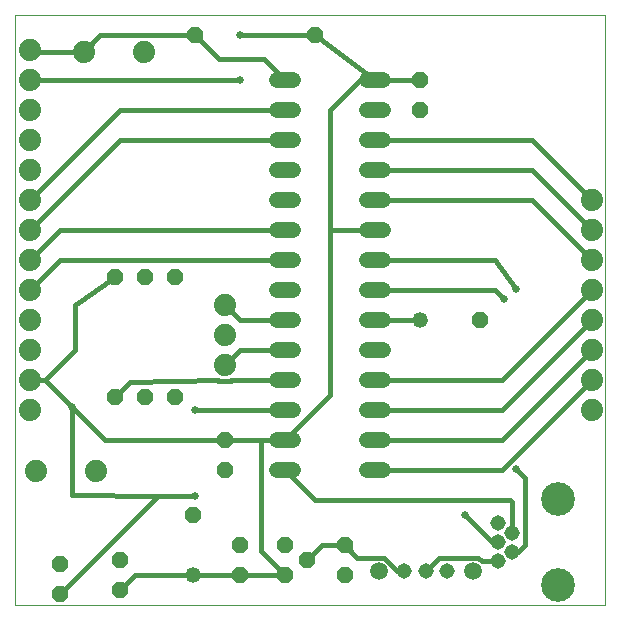
<source format=gtl>
G75*
%MOIN*%
%OFA0B0*%
%FSLAX25Y25*%
%IPPOS*%
%LPD*%
%AMOC8*
5,1,8,0,0,1.08239X$1,22.5*
%
%ADD10C,0.00000*%
%ADD11OC8,0.05200*%
%ADD12C,0.05200*%
%ADD13C,0.05150*%
%ADD14C,0.11220*%
%ADD15C,0.05200*%
%ADD16C,0.07400*%
%ADD17C,0.05937*%
%ADD18C,0.01600*%
%ADD19C,0.02578*%
D10*
X0006500Y0006048D02*
X0006500Y0202898D01*
X0203350Y0202898D01*
X0203350Y0006048D01*
X0006500Y0006048D01*
D11*
X0021500Y0009698D03*
X0021500Y0019698D03*
X0041500Y0021048D03*
X0041500Y0011048D03*
X0066000Y0036048D03*
X0076500Y0051048D03*
X0076500Y0061048D03*
X0060000Y0075548D03*
X0050000Y0075548D03*
X0040000Y0075548D03*
X0040000Y0115548D03*
X0050000Y0115548D03*
X0060000Y0115548D03*
X0066500Y0196048D03*
X0106500Y0196048D03*
X0141500Y0181048D03*
X0141500Y0171048D03*
X0161500Y0101048D03*
X0116500Y0026048D03*
X0116500Y0016048D03*
X0104000Y0021048D03*
X0096500Y0016048D03*
X0096500Y0026048D03*
X0081500Y0026048D03*
X0081500Y0016048D03*
D12*
X0066000Y0016048D03*
X0141500Y0101048D03*
D13*
X0167421Y0033347D03*
X0172146Y0030198D03*
X0167421Y0027048D03*
X0172146Y0023898D03*
X0167421Y0020749D03*
X0150626Y0017548D03*
X0143500Y0017548D03*
X0136374Y0017548D03*
D14*
X0187500Y0012678D03*
X0187500Y0041418D03*
D15*
X0129100Y0051048D02*
X0123900Y0051048D01*
X0123900Y0061048D02*
X0129100Y0061048D01*
X0129100Y0071048D02*
X0123900Y0071048D01*
X0123900Y0081048D02*
X0129100Y0081048D01*
X0129100Y0091048D02*
X0123900Y0091048D01*
X0123900Y0101048D02*
X0129100Y0101048D01*
X0129100Y0111048D02*
X0123900Y0111048D01*
X0123900Y0121048D02*
X0129100Y0121048D01*
X0129100Y0131048D02*
X0123900Y0131048D01*
X0123900Y0141048D02*
X0129100Y0141048D01*
X0129100Y0151048D02*
X0123900Y0151048D01*
X0123900Y0161048D02*
X0129100Y0161048D01*
X0129100Y0171048D02*
X0123900Y0171048D01*
X0123900Y0181048D02*
X0129100Y0181048D01*
X0099100Y0181048D02*
X0093900Y0181048D01*
X0093900Y0171048D02*
X0099100Y0171048D01*
X0099100Y0161048D02*
X0093900Y0161048D01*
X0093900Y0151048D02*
X0099100Y0151048D01*
X0099100Y0141048D02*
X0093900Y0141048D01*
X0093900Y0131048D02*
X0099100Y0131048D01*
X0099100Y0121048D02*
X0093900Y0121048D01*
X0093900Y0111048D02*
X0099100Y0111048D01*
X0099100Y0101048D02*
X0093900Y0101048D01*
X0093900Y0091048D02*
X0099100Y0091048D01*
X0099100Y0081048D02*
X0093900Y0081048D01*
X0093900Y0071048D02*
X0099100Y0071048D01*
X0099100Y0061048D02*
X0093900Y0061048D01*
X0093900Y0051048D02*
X0099100Y0051048D01*
D16*
X0076500Y0086048D03*
X0076500Y0096048D03*
X0076500Y0106048D03*
X0033550Y0050948D03*
X0013550Y0050948D03*
X0011500Y0071048D03*
X0011500Y0081048D03*
X0011500Y0091048D03*
X0011500Y0101048D03*
X0011500Y0111048D03*
X0011500Y0121048D03*
X0011500Y0131048D03*
X0011500Y0141048D03*
X0011500Y0151048D03*
X0011500Y0161048D03*
X0011500Y0171048D03*
X0011500Y0181048D03*
X0011500Y0191048D03*
X0029500Y0190548D03*
X0049500Y0190548D03*
X0199000Y0141048D03*
X0199000Y0131048D03*
X0199000Y0121048D03*
X0199000Y0111048D03*
X0199000Y0101048D03*
X0199000Y0091048D03*
X0199000Y0081048D03*
X0199000Y0071048D03*
D17*
X0159248Y0017548D03*
X0127752Y0017548D03*
D18*
X0129561Y0021917D02*
X0120631Y0021917D01*
X0116500Y0026048D01*
X0109000Y0026048D01*
X0104000Y0021048D01*
X0096500Y0016048D02*
X0088500Y0024048D01*
X0088500Y0060548D01*
X0088000Y0061048D01*
X0076500Y0061048D01*
X0036500Y0061048D01*
X0016500Y0081048D01*
X0026500Y0091048D01*
X0026500Y0106048D01*
X0040000Y0115548D01*
X0021500Y0121048D02*
X0011500Y0111048D01*
X0011500Y0121048D02*
X0021500Y0131048D01*
X0096500Y0131048D01*
X0096500Y0121048D02*
X0021500Y0121048D01*
X0011500Y0131048D02*
X0041500Y0161048D01*
X0096500Y0161048D01*
X0096500Y0171048D02*
X0041500Y0171048D01*
X0011500Y0141048D01*
X0011500Y0181048D02*
X0081500Y0181048D01*
X0074500Y0188048D02*
X0066500Y0196048D01*
X0035000Y0196048D01*
X0029500Y0190548D01*
X0012000Y0190548D01*
X0011500Y0191048D01*
X0074500Y0188048D02*
X0089500Y0188048D01*
X0096500Y0181048D01*
X0111500Y0171048D02*
X0111500Y0131048D01*
X0126500Y0131048D01*
X0121500Y0131048D01*
X0126500Y0121048D02*
X0166500Y0121048D01*
X0173500Y0111548D01*
X0169500Y0108048D02*
X0166500Y0111048D01*
X0126500Y0111048D01*
X0126500Y0101048D02*
X0141500Y0101048D01*
X0126500Y0081048D02*
X0169000Y0081048D01*
X0199000Y0111048D01*
X0199000Y0101048D02*
X0169000Y0071048D01*
X0126500Y0071048D01*
X0126500Y0061048D02*
X0169000Y0061048D01*
X0199000Y0091048D01*
X0199000Y0081048D02*
X0169000Y0051048D01*
X0126500Y0051048D01*
X0106500Y0041048D02*
X0171500Y0041048D01*
X0172146Y0040402D01*
X0172146Y0030198D01*
X0167421Y0027048D02*
X0165500Y0027048D01*
X0156500Y0036048D01*
X0161058Y0021917D02*
X0147869Y0021917D01*
X0143500Y0017548D01*
X0136374Y0017548D02*
X0133930Y0017548D01*
X0129561Y0021917D01*
X0106500Y0041048D02*
X0096500Y0051048D01*
X0096500Y0061048D02*
X0089000Y0061048D01*
X0088500Y0060548D01*
X0096500Y0061048D02*
X0111500Y0076048D01*
X0111500Y0131048D01*
X0126500Y0141048D02*
X0179000Y0141048D01*
X0199000Y0121048D01*
X0199000Y0131048D02*
X0179000Y0151048D01*
X0126500Y0151048D01*
X0126500Y0161048D02*
X0179000Y0161048D01*
X0199000Y0141048D01*
X0141500Y0181048D02*
X0126500Y0181048D01*
X0106500Y0196048D01*
X0081500Y0196048D01*
X0111500Y0171048D02*
X0121500Y0181048D01*
X0126500Y0181048D01*
X0076500Y0106048D02*
X0081500Y0101048D01*
X0096500Y0101048D01*
X0096500Y0091048D02*
X0081500Y0091048D01*
X0076500Y0086048D01*
X0074288Y0081048D02*
X0045000Y0080548D01*
X0040000Y0075548D01*
X0025500Y0072098D02*
X0025600Y0042698D01*
X0054150Y0042548D01*
X0021500Y0009898D01*
X0021500Y0009698D01*
X0041500Y0011048D02*
X0046500Y0016048D01*
X0066000Y0016048D01*
X0081500Y0016048D01*
X0096500Y0016048D01*
X0066500Y0042548D02*
X0054150Y0042548D01*
X0066500Y0071048D02*
X0096500Y0071048D01*
X0096500Y0081048D02*
X0078713Y0081048D01*
X0078613Y0080948D01*
X0074388Y0080948D01*
X0074288Y0081048D01*
X0016500Y0081048D02*
X0011500Y0081048D01*
X0161058Y0021917D02*
X0162225Y0020749D01*
X0167421Y0020749D01*
X0172146Y0023898D02*
X0174350Y0023898D01*
X0176500Y0026048D01*
X0176500Y0048548D01*
X0173500Y0051548D01*
D19*
X0173500Y0051548D03*
X0156500Y0036048D03*
X0169500Y0108048D03*
X0173500Y0111548D03*
X0081500Y0181048D03*
X0081500Y0196048D03*
X0025500Y0072098D03*
X0066500Y0071048D03*
X0066500Y0042548D03*
M02*

</source>
